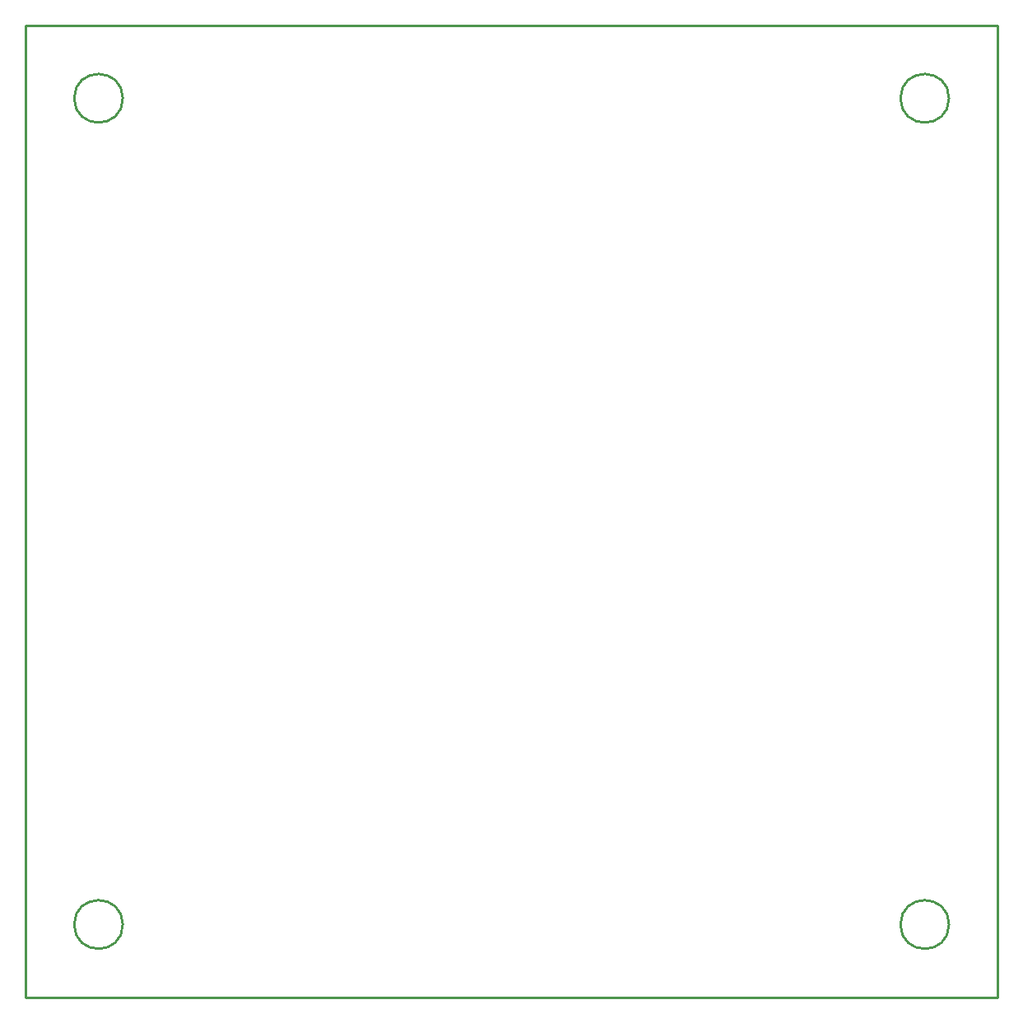
<source format=gbp>
*
*
G04 PADS VX.1.1 Build Number: 678707 generated Gerber (RS-274-X) file*
G04 PC Version=2.1*
*
%IN "opqbox2.pcb"*%
*
%MOIN*%
*
%FSLAX35Y35*%
*
*
*
*
G04 PC Standard Apertures*
*
*
G04 Thermal Relief Aperture macro.*
%AMTER*
1,1,$1,0,0*
1,0,$1-$2,0,0*
21,0,$3,$4,0,0,45*
21,0,$3,$4,0,0,135*
%
*
*
G04 Annular Aperture macro.*
%AMANN*
1,1,$1,0,0*
1,0,$2,0,0*
%
*
*
G04 Odd Aperture macro.*
%AMODD*
1,1,$1,0,0*
1,0,$1-0.005,0,0*
%
*
*
G04 PC Custom Aperture Macros*
*
*
*
*
*
*
G04 PC Aperture Table*
*
%ADD010C,0.001*%
%ADD013C,0.01*%
*
*
*
*
G04 PC Circuitry*
G04 Layer Name opqbox2.pcb - circuitry*
%LPD*%
*
*
G04 PC Custom Flashes*
G04 Layer Name opqbox2.pcb - flashes*
%LPD*%
*
*
G04 PC Circuitry*
G04 Layer Name opqbox2.pcb - circuitry*
%LPD*%
*
G54D10*
G54D13*
G01X100000Y100000D02*
Y493701D01*
X493701*
Y100000*
X100000*
X139370Y129528D02*
G75*
G03X139370I-9842J0D01*
G01X474016D02*
G03X474016I-9843J0D01*
G01Y464173D02*
G03X474016I-9843J0D01*
G01X139370D02*
G03X139370I-9842J0D01*
G74*
G01X0Y0D02*
M02*

</source>
